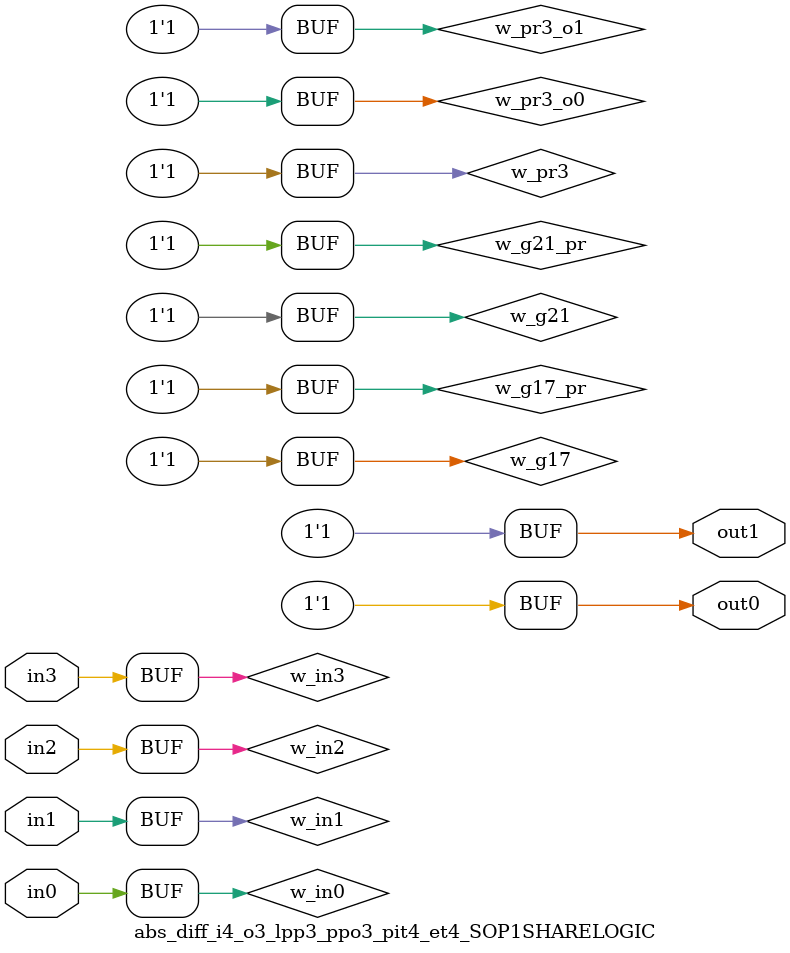
<source format=v>
module abs_diff_i4_o3_lpp3_ppo3_pit4_et4_SOP1SHARELOGIC (in0, in1, in2, in3, out0, out1);
// declaring inputs
input in0,  in1,  in2,  in3;
// declaring outputs
output out0,  out1;
// JSON model input
wire w_in3, w_in2, w_in1, w_in0;
// JSON model output
wire w_g17, w_g21;
//json model
wire w_g17_pr, w_g21_pr, w_pr0_o0, w_pr1_o0, w_pr2_o0, w_pr3_o0, w_pr0_o1, w_pr1_o1, w_pr2_o1, w_pr3_o1, w_pr0, w_pr1, w_pr2, w_pr3;
// JSON model input assign
assign w_in3 = in3;
assign w_in2 = in2;
assign w_in1 = in1;
assign w_in0 = in0;

//json model assigns (approximated Shared/XPAT part)
//assign literals to products
assign w_pr0 = w_in0 & w_in3;
assign w_pr1 = w_in1 & ~w_in3;
assign w_pr2 = ~w_in0;
assign w_pr3 = 1;
//if a product has literals and if the product is being "activated" for that output
assign w_pr0_o0 = w_pr0 & 1;
assign w_pr1_o0 = w_pr1 & 0;
assign w_pr2_o0 = w_pr2 & 1;
assign w_pr3_o0 = w_pr3 & 1;
assign w_pr0_o1 = w_pr0 & 0;
assign w_pr1_o1 = w_pr1 & 1;
assign w_pr2_o1 = w_pr2 & 0;
assign w_pr3_o1 = w_pr3 & 1;
//compose an output with corresponding products (OR)
assign w_g17 = w_pr0_o0 | w_pr1_o0 | w_pr2_o0 | w_pr3_o0;
assign w_g21 = w_pr0_o1 | w_pr1_o1 | w_pr2_o1 | w_pr3_o1;
//if an output has products and if it is part of the JSON model
assign w_g17_pr = w_g17 & 1;
assign w_g21_pr = w_g21 & 1;
// output assigns
assign out0 = w_g17_pr;
assign out1 = w_g21_pr;
endmodule
</source>
